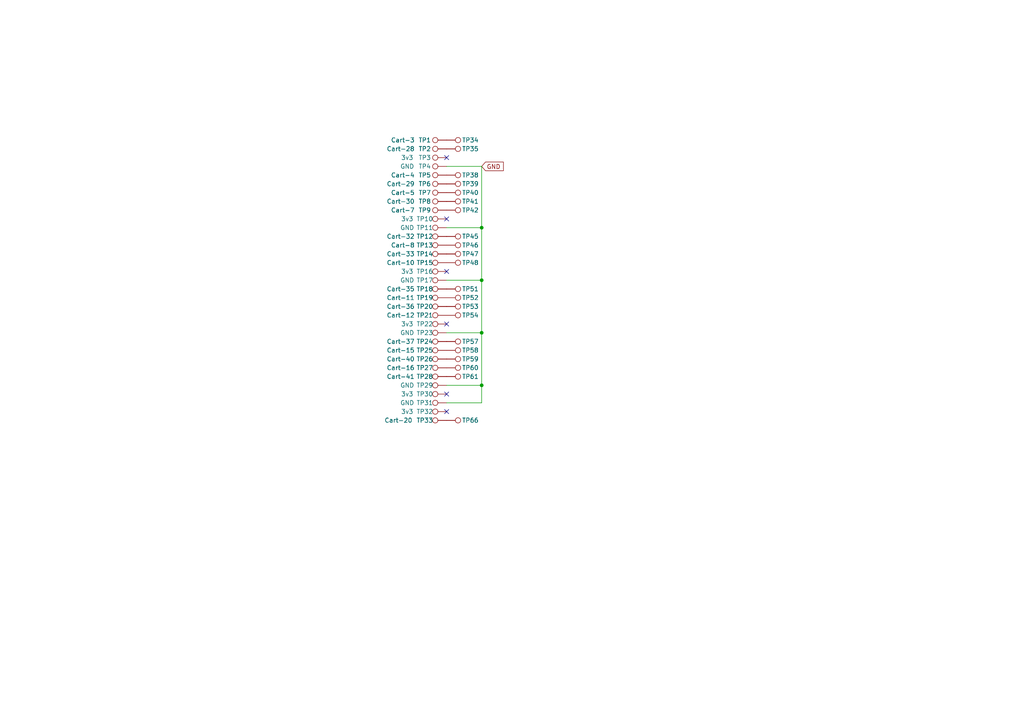
<source format=kicad_sch>
(kicad_sch (version 20230121) (generator eeschema)
  (paper "A4")
  (lib_symbols
    (symbol "Connector:TestPoint" (pin_numbers hide) (pin_names (offset 0.762) hide)
      (property "Reference" "TP" (at 0 6.858 0))
      (property "Value" "TestPoint" (at 0 5.08 0))
      (symbol "TestPoint_0_1"
        (circle (center 0 3.302) (radius 0.762))
      )
      (symbol "TestPoint_1_1"
        (pin passive line (at 0 0 90) (length 2.54) (name "1") (number "1"))
      )
    )
  )
  (junction (at 139.7 111.76))
  (junction (at 139.7 66.04))
  (junction (at 139.7 96.52))
  (junction (at 139.7 81.28))
  (no_connect (at 129.54 119.38))
  (no_connect (at 129.54 114.3))
  (no_connect (at 129.54 63.5))
  (no_connect (at 129.54 45.72))
  (no_connect (at 129.54 93.98))
  (no_connect (at 129.54 78.74))
  (wire (pts (xy 129.54 81.28) (xy 139.7 81.28)))
  (wire (pts (xy 129.54 116.84) (xy 139.7 116.84)))
  (wire (pts (xy 129.54 96.52) (xy 139.7 96.52)))
  (wire (pts (xy 139.7 48.26) (xy 139.7 66.04)))
  (wire (pts (xy 139.7 66.04) (xy 129.54 66.04)))
  (wire (pts (xy 139.7 116.84) (xy 139.7 111.76)))
  (wire (pts (xy 139.7 96.52) (xy 139.7 81.28)))
  (wire (pts (xy 139.7 81.28) (xy 139.7 66.04)))
  (wire (pts (xy 129.54 48.26) (xy 139.7 48.26)))
  (wire (pts (xy 129.54 111.76) (xy 139.7 111.76)))
  (wire (pts (xy 139.7 111.76) (xy 139.7 96.52)))
  (global_label "GND" (shape input) (at 139.7 48.26 0) (property "Intersheetrefs" "${INTERSHEET_REFS}" (effects hide)))
  (symbol (lib_id "Connector:TestPoint") (at 129.54 86.36 90) (unit 1)
    (property "Reference" "TP19" (at 123.19 86.36 90))
    (property "Value" "Cart-11" (at 116.205 86.36 90))
    (property "Footprint" "Library:TestPoint_RCP-NUS" (effects hide))
  )
  (symbol (lib_id "Connector:TestPoint") (at 129.54 50.8 270) (unit 1)
    (property "Reference" "TP38" (at 133.985 50.8 90) (effects (justify left)))
    (property "Value" "TestPoint" (effects hide))
    (property "Footprint" "TestPoint:TestPoint_Pad_D1.0mm" (effects hide))
  )
  (symbol (lib_id "Connector:TestPoint") (at 129.54 43.18 270) (unit 1)
    (property "Reference" "TP35" (at 133.985 43.18 90) (effects (justify left)))
    (property "Value" "TestPoint" (effects hide))
    (property "Footprint" "TestPoint:TestPoint_Pad_D1.0mm" (effects hide))
  )
  (symbol (lib_id "Connector:TestPoint") (at 129.54 83.82 270) (unit 1)
    (property "Reference" "TP51" (at 133.985 83.82 90) (effects (justify left)))
    (property "Value" "TestPoint" (effects hide))
    (property "Footprint" "TestPoint:TestPoint_Pad_D1.0mm" (effects hide))
  )
  (symbol (lib_id "Connector:TestPoint") (at 129.54 55.88 90) (unit 1)
    (property "Reference" "TP7" (at 123.19 55.88 90))
    (property "Value" "Cart-5" (at 116.84 55.88 90))
    (property "Footprint" "Library:TestPoint_RCP-NUS" (effects hide))
  )
  (symbol (lib_id "Connector:TestPoint") (at 129.54 121.92 90) (unit 1)
    (property "Reference" "TP33" (at 123.19 121.92 90))
    (property "Value" "Cart-20" (at 115.57 121.92 90))
    (property "Footprint" "Library:TestPoint_RCP-NUS" (effects hide))
  )
  (symbol (lib_id "Connector:TestPoint") (at 129.54 76.2 270) (unit 1)
    (property "Reference" "TP48" (at 133.985 76.2 90) (effects (justify left)))
    (property "Value" "TestPoint" (effects hide))
    (property "Footprint" "TestPoint:TestPoint_Pad_D1.0mm" (effects hide))
  )
  (symbol (lib_id "Connector:TestPoint") (at 129.54 60.96 90) (unit 1)
    (property "Reference" "TP9" (at 123.19 60.96 90))
    (property "Value" "Cart-7" (at 116.84 60.96 90))
    (property "Footprint" "Library:TestPoint_RCP-NUS" (effects hide))
  )
  (symbol (lib_id "Connector:TestPoint") (at 129.54 40.64 90) (unit 1)
    (property "Reference" "TP1" (at 123.19 40.64 90))
    (property "Value" "Cart-3" (at 116.84 40.64 90))
    (property "Footprint" "Library:TestPoint_RCP-NUS" (effects hide))
  )
  (symbol (lib_id "Connector:TestPoint") (at 129.54 68.58 270) (unit 1)
    (property "Reference" "TP45" (at 133.985 68.58 90) (effects (justify left)))
    (property "Value" "TestPoint" (effects hide))
    (property "Footprint" "TestPoint:TestPoint_Pad_D1.0mm" (effects hide))
  )
  (symbol (lib_id "Connector:TestPoint") (at 129.54 55.88 270) (unit 1)
    (property "Reference" "TP40" (at 133.985 55.88 90) (effects (justify left)))
    (property "Value" "TestPoint" (effects hide))
    (property "Footprint" "TestPoint:TestPoint_Pad_D1.0mm" (effects hide))
  )
  (symbol (lib_id "Connector:TestPoint") (at 129.54 91.44 90) (unit 1)
    (property "Reference" "TP21" (at 123.19 91.44 90))
    (property "Value" "Cart-12" (at 116.205 91.44 90))
    (property "Footprint" "Library:TestPoint_RCP-NUS" (effects hide))
  )
  (symbol (lib_id "Connector:TestPoint") (at 129.54 71.12 90) (unit 1)
    (property "Reference" "TP13" (at 123.19 71.12 90))
    (property "Value" "Cart-8" (at 116.84 71.12 90))
    (property "Footprint" "Library:TestPoint_RCP-NUS" (effects hide))
  )
  (symbol (lib_id "Connector:TestPoint") (at 129.54 58.42 90) (unit 1)
    (property "Reference" "TP8" (at 123.19 58.42 90))
    (property "Value" "Cart-30" (at 116.205 58.42 90))
    (property "Footprint" "Library:TestPoint_RCP-NUS" (effects hide))
  )
  (symbol (lib_id "Connector:TestPoint") (at 129.54 106.68 270) (unit 1)
    (property "Reference" "TP60" (at 133.985 106.68 90) (effects (justify left)))
    (property "Value" "TestPoint" (effects hide))
    (property "Footprint" "TestPoint:TestPoint_Pad_D1.0mm" (effects hide))
  )
  (symbol (lib_id "Connector:TestPoint") (at 129.54 73.66 270) (unit 1)
    (property "Reference" "TP47" (at 133.985 73.66 90) (effects (justify left)))
    (property "Value" "TestPoint" (effects hide))
    (property "Footprint" "TestPoint:TestPoint_Pad_D1.0mm" (effects hide))
  )
  (symbol (lib_id "Connector:TestPoint") (at 129.54 86.36 270) (unit 1)
    (property "Reference" "TP52" (at 133.985 86.36 90) (effects (justify left)))
    (property "Value" "TestPoint" (effects hide))
    (property "Footprint" "TestPoint:TestPoint_Pad_D1.0mm" (effects hide))
  )
  (symbol (lib_id "Connector:TestPoint") (at 129.54 99.06 270) (unit 1)
    (property "Reference" "TP57" (at 133.985 99.06 90) (effects (justify left)))
    (property "Value" "TestPoint" (effects hide))
    (property "Footprint" "TestPoint:TestPoint_Pad_D1.0mm" (effects hide))
  )
  (symbol (lib_id "Connector:TestPoint") (at 129.54 114.3 90) (unit 1)
    (property "Reference" "TP30" (at 123.19 114.3 90))
    (property "Value" "3v3" (at 118.11 114.3 90))
    (property "Footprint" "Library:TestPoint_RCP-NUS" (effects hide))
  )
  (symbol (lib_id "Connector:TestPoint") (at 129.54 68.58 90) (unit 1)
    (property "Reference" "TP12" (at 123.19 68.58 90))
    (property "Value" "Cart-32" (at 116.205 68.58 90))
    (property "Footprint" "Library:TestPoint_RCP-NUS" (effects hide))
  )
  (symbol (lib_id "Connector:TestPoint") (at 129.54 109.22 90) (unit 1)
    (property "Reference" "TP28" (at 123.19 109.22 90))
    (property "Value" "Cart-41" (at 116.205 109.22 90))
    (property "Footprint" "Library:TestPoint_RCP-NUS" (effects hide))
  )
  (symbol (lib_id "Connector:TestPoint") (at 129.54 48.26 90) (unit 1)
    (property "Reference" "TP4" (at 123.19 48.26 90))
    (property "Value" "GND" (at 118.11 48.26 90))
    (property "Footprint" "Library:TestPoint_RCP-NUS" (effects hide))
  )
  (symbol (lib_id "Connector:TestPoint") (at 129.54 91.44 270) (unit 1)
    (property "Reference" "TP54" (at 133.985 91.44 90) (effects (justify left)))
    (property "Value" "TestPoint" (effects hide))
    (property "Footprint" "TestPoint:TestPoint_Pad_D1.0mm" (effects hide))
  )
  (symbol (lib_id "Connector:TestPoint") (at 129.54 53.34 270) (unit 1)
    (property "Reference" "TP39" (at 133.985 53.34 90) (effects (justify left)))
    (property "Value" "TestPoint" (effects hide))
    (property "Footprint" "TestPoint:TestPoint_Pad_D1.0mm" (effects hide))
  )
  (symbol (lib_id "Connector:TestPoint") (at 129.54 104.14 270) (unit 1)
    (property "Reference" "TP59" (at 133.985 104.14 90) (effects (justify left)))
    (property "Value" "TestPoint" (effects hide))
    (property "Footprint" "TestPoint:TestPoint_Pad_D1.0mm" (effects hide))
  )
  (symbol (lib_id "Connector:TestPoint") (at 129.54 109.22 270) (unit 1)
    (property "Reference" "TP61" (at 133.985 109.22 90) (effects (justify left)))
    (property "Value" "TestPoint" (effects hide))
    (property "Footprint" "TestPoint:TestPoint_Pad_D1.0mm" (effects hide))
  )
  (symbol (lib_id "Connector:TestPoint") (at 129.54 106.68 90) (unit 1)
    (property "Reference" "TP27" (at 123.19 106.68 90))
    (property "Value" "Cart-16" (at 116.205 106.68 90))
    (property "Footprint" "Library:TestPoint_RCP-NUS" (effects hide))
  )
  (symbol (lib_id "Connector:TestPoint") (at 129.54 93.98 90) (unit 1)
    (property "Reference" "TP22" (at 123.19 93.98 90))
    (property "Value" "3v3" (at 118.11 93.98 90))
    (property "Footprint" "Library:TestPoint_RCP-NUS" (effects hide))
  )
  (symbol (lib_id "Connector:TestPoint") (at 129.54 121.92 270) (unit 1)
    (property "Reference" "TP66" (at 133.985 121.92 90) (effects (justify left)))
    (property "Value" "TestPoint" (effects hide))
    (property "Footprint" "TestPoint:TestPoint_Pad_D1.0mm" (effects hide))
  )
  (symbol (lib_id "Connector:TestPoint") (at 129.54 111.76 90) (unit 1)
    (property "Reference" "TP29" (at 123.19 111.76 90))
    (property "Value" "GND" (at 118.11 111.76 90))
    (property "Footprint" "Library:TestPoint_RCP-NUS" (effects hide))
  )
  (symbol (lib_id "Connector:TestPoint") (at 129.54 66.04 90) (unit 1)
    (property "Reference" "TP11" (at 123.19 66.04 90))
    (property "Value" "GND" (at 118.11 66.04 90))
    (property "Footprint" "Library:TestPoint_RCP-NUS" (effects hide))
  )
  (symbol (lib_id "Connector:TestPoint") (at 129.54 116.84 90) (unit 1)
    (property "Reference" "TP31" (at 123.19 116.84 90))
    (property "Value" "GND" (at 118.11 116.84 90))
    (property "Footprint" "Library:TestPoint_RCP-NUS" (effects hide))
  )
  (symbol (lib_id "Connector:TestPoint") (at 129.54 101.6 90) (unit 1)
    (property "Reference" "TP25" (at 123.19 101.6 90))
    (property "Value" "Cart-15" (at 116.205 101.6 90))
    (property "Footprint" "Library:TestPoint_RCP-NUS" (effects hide))
  )
  (symbol (lib_id "Connector:TestPoint") (at 129.54 99.06 90) (unit 1)
    (property "Reference" "TP24" (at 123.19 99.06 90))
    (property "Value" "Cart-37" (at 116.205 99.06 90))
    (property "Footprint" "Library:TestPoint_RCP-NUS" (effects hide))
  )
  (symbol (lib_id "Connector:TestPoint") (at 129.54 96.52 90) (unit 1)
    (property "Reference" "TP23" (at 123.19 96.52 90))
    (property "Value" "GND" (at 118.11 96.52 90))
    (property "Footprint" "Library:TestPoint_RCP-NUS" (effects hide))
  )
  (symbol (lib_id "Connector:TestPoint") (at 129.54 83.82 90) (unit 1)
    (property "Reference" "TP18" (at 123.19 83.82 90))
    (property "Value" "Cart-35" (at 116.205 83.82 90))
    (property "Footprint" "Library:TestPoint_RCP-NUS" (effects hide))
  )
  (symbol (lib_id "Connector:TestPoint") (at 129.54 81.28 90) (unit 1)
    (property "Reference" "TP17" (at 123.19 81.28 90))
    (property "Value" "GND" (at 118.11 81.28 90))
    (property "Footprint" "Library:TestPoint_RCP-NUS" (effects hide))
  )
  (symbol (lib_id "Connector:TestPoint") (at 129.54 119.38 90) (unit 1)
    (property "Reference" "TP32" (at 123.19 119.38 90))
    (property "Value" "3v3" (at 118.11 119.38 90))
    (property "Footprint" "Library:TestPoint_RCP-NUS" (effects hide))
  )
  (symbol (lib_id "Connector:TestPoint") (at 129.54 88.9 90) (unit 1)
    (property "Reference" "TP20" (at 123.19 88.9 90))
    (property "Value" "Cart-36" (at 116.205 88.9 90))
    (property "Footprint" "Library:TestPoint_RCP-NUS" (effects hide))
  )
  (symbol (lib_id "Connector:TestPoint") (at 129.54 63.5 90) (unit 1)
    (property "Reference" "TP10" (at 123.19 63.5 90))
    (property "Value" "3v3" (at 118.11 63.5 90))
    (property "Footprint" "Library:TestPoint_RCP-NUS" (effects hide))
  )
  (symbol (lib_id "Connector:TestPoint") (at 129.54 43.18 90) (unit 1)
    (property "Reference" "TP2" (at 123.19 43.18 90))
    (property "Value" "Cart-28" (at 116.205 43.18 90))
    (property "Footprint" "Library:TestPoint_RCP-NUS" (effects hide))
  )
  (symbol (lib_id "Connector:TestPoint") (at 129.54 76.2 90) (unit 1)
    (property "Reference" "TP15" (at 123.19 76.2 90))
    (property "Value" "Cart-10" (at 116.205 76.2 90))
    (property "Footprint" "Library:TestPoint_RCP-NUS" (effects hide))
  )
  (symbol (lib_id "Connector:TestPoint") (at 129.54 50.8 90) (unit 1)
    (property "Reference" "TP5" (at 123.19 50.8 90))
    (property "Value" "Cart-4" (at 116.84 50.8 90))
    (property "Footprint" "Library:TestPoint_RCP-NUS" (effects hide))
  )
  (symbol (lib_id "Connector:TestPoint") (at 129.54 88.9 270) (unit 1)
    (property "Reference" "TP53" (at 133.985 88.9 90) (effects (justify left)))
    (property "Value" "TestPoint" (effects hide))
    (property "Footprint" "TestPoint:TestPoint_Pad_D1.0mm" (effects hide))
  )
  (symbol (lib_id "Connector:TestPoint") (at 129.54 58.42 270) (unit 1)
    (property "Reference" "TP41" (at 133.985 58.42 90) (effects (justify left)))
    (property "Value" "TestPoint" (effects hide))
    (property "Footprint" "TestPoint:TestPoint_Pad_D1.0mm" (effects hide))
  )
  (symbol (lib_id "Connector:TestPoint") (at 129.54 73.66 90) (unit 1)
    (property "Reference" "TP14" (at 123.19 73.66 90))
    (property "Value" "Cart-33" (at 116.205 73.66 90))
    (property "Footprint" "Library:TestPoint_RCP-NUS" (effects hide))
  )
  (symbol (lib_id "Connector:TestPoint") (at 129.54 78.74 90) (unit 1)
    (property "Reference" "TP16" (at 123.19 78.74 90))
    (property "Value" "3v3" (at 118.11 78.74 90))
    (property "Footprint" "Library:TestPoint_RCP-NUS" (effects hide))
  )
  (symbol (lib_id "Connector:TestPoint") (at 129.54 60.96 270) (unit 1)
    (property "Reference" "TP42" (at 133.985 60.96 90) (effects (justify left)))
    (property "Value" "TestPoint" (effects hide))
    (property "Footprint" "TestPoint:TestPoint_Pad_D1.0mm" (effects hide))
  )
  (symbol (lib_id "Connector:TestPoint") (at 129.54 53.34 90) (unit 1)
    (property "Reference" "TP6" (at 123.19 53.34 90))
    (property "Value" "Cart-29" (at 116.205 53.34 90))
    (property "Footprint" "Library:TestPoint_RCP-NUS" (effects hide))
  )
  (symbol (lib_id "Connector:TestPoint") (at 129.54 45.72 90) (unit 1)
    (property "Reference" "TP3" (at 123.19 45.72 90))
    (property "Value" "3v3" (at 118.11 45.72 90))
    (property "Footprint" "Library:TestPoint_RCP-NUS" (effects hide))
  )
  (symbol (lib_id "Connector:TestPoint") (at 129.54 104.14 90) (unit 1)
    (property "Reference" "TP26" (at 123.19 104.14 90))
    (property "Value" "Cart-40" (at 116.205 104.14 90))
    (property "Footprint" "Library:TestPoint_RCP-NUS" (effects hide))
  )
  (symbol (lib_id "Connector:TestPoint") (at 129.54 101.6 270) (unit 1)
    (property "Reference" "TP58" (at 133.985 101.6 90) (effects (justify left)))
    (property "Value" "TestPoint" (effects hide))
    (property "Footprint" "TestPoint:TestPoint_Pad_D1.0mm" (effects hide))
  )
  (symbol (lib_id "Connector:TestPoint") (at 129.54 71.12 270) (unit 1)
    (property "Reference" "TP46" (at 133.985 71.12 90) (effects (justify left)))
    (property "Value" "TestPoint" (effects hide))
    (property "Footprint" "TestPoint:TestPoint_Pad_D1.0mm" (effects hide))
  )
  (symbol (lib_id "Connector:TestPoint") (at 129.54 40.64 270) (unit 1)
    (property "Reference" "TP34" (at 133.985 40.64 90) (effects (justify left)))
    (property "Value" "TestPoint" (effects hide))
    (property "Footprint" "TestPoint:TestPoint_Pad_D1.0mm" (effects hide))
  )
)
</source>
